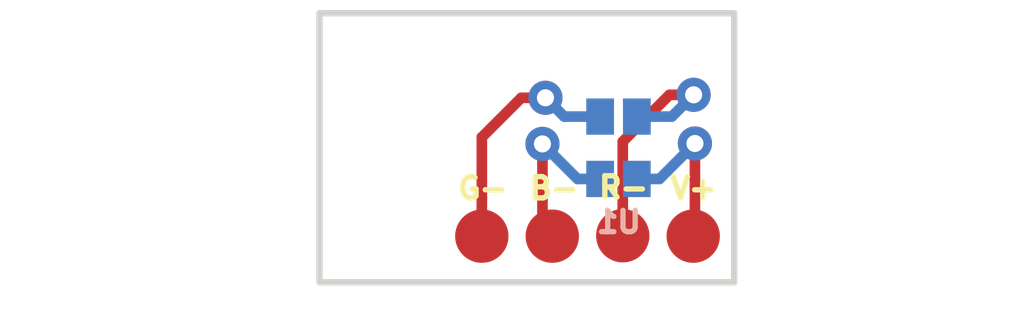
<source format=kicad_pcb>
(kicad_pcb (version 20171130) (host pcbnew "(5.0.1)-4")

  (general
    (thickness 1.6)
    (drawings 14)
    (tracks 24)
    (zones 0)
    (modules 6)
    (nets 5)
  )

  (page A4)
  (layers
    (0 F.Cu signal)
    (31 B.Cu signal)
    (32 B.Adhes user)
    (33 F.Adhes user)
    (34 B.Paste user)
    (35 F.Paste user)
    (36 B.SilkS user)
    (37 F.SilkS user)
    (38 B.Mask user)
    (39 F.Mask user)
    (40 Dwgs.User user)
    (41 Cmts.User user)
    (42 Eco1.User user)
    (43 Eco2.User user)
    (44 Edge.Cuts user)
    (45 Margin user)
    (46 B.CrtYd user)
    (47 F.CrtYd user)
    (48 B.Fab user)
    (49 F.Fab user)
  )

  (setup
    (last_trace_width 0.25)
    (trace_clearance 0.2)
    (zone_clearance 0.508)
    (zone_45_only no)
    (trace_min 0.2)
    (segment_width 0.2)
    (edge_width 0.15)
    (via_size 0.8)
    (via_drill 0.4)
    (via_min_size 0.4)
    (via_min_drill 0.3)
    (uvia_size 0.3)
    (uvia_drill 0.1)
    (uvias_allowed no)
    (uvia_min_size 0.2)
    (uvia_min_drill 0.1)
    (pcb_text_width 0.3)
    (pcb_text_size 1.5 1.5)
    (mod_edge_width 0.15)
    (mod_text_size 1 1)
    (mod_text_width 0.15)
    (pad_size 1.524 1.524)
    (pad_drill 0.762)
    (pad_to_mask_clearance 0.051)
    (solder_mask_min_width 0.25)
    (aux_axis_origin 0 0)
    (visible_elements 7FFFFFFF)
    (pcbplotparams
      (layerselection 0x010fc_ffffffff)
      (usegerberextensions false)
      (usegerberattributes false)
      (usegerberadvancedattributes false)
      (creategerberjobfile false)
      (excludeedgelayer true)
      (linewidth 0.100000)
      (plotframeref false)
      (viasonmask false)
      (mode 1)
      (useauxorigin false)
      (hpglpennumber 1)
      (hpglpenspeed 20)
      (hpglpendiameter 15.000000)
      (psnegative false)
      (psa4output false)
      (plotreference true)
      (plotvalue true)
      (plotinvisibletext false)
      (padsonsilk false)
      (subtractmaskfromsilk false)
      (outputformat 1)
      (mirror false)
      (drillshape 1)
      (scaleselection 1)
      (outputdirectory ""))
  )

  (net 0 "")
  (net 1 R)
  (net 2 G)
  (net 3 B)
  (net 4 A)

  (net_class Default "This is the default net class."
    (clearance 0.2)
    (trace_width 0.25)
    (via_dia 0.8)
    (via_drill 0.4)
    (uvia_dia 0.3)
    (uvia_drill 0.1)
    (add_net A)
    (add_net B)
    (add_net G)
    (add_net R)
  )

  (module "Wiiboy Parts:1.25mm pad" (layer F.Cu) (tedit 5C02D627) (tstamp 5C623C3E)
    (at 96.88 62.63)
    (path /5C55BCA8)
    (fp_text reference TP1 (at 0 -1 180) (layer F.SilkS) hide
      (effects (font (size 0.5 0.5) (thickness 0.125)))
    )
    (fp_text value TestPoint (at 0 1) (layer F.Fab) hide
      (effects (font (size 0.25 0.25) (thickness 0.0625)))
    )
    (pad 1 smd circle (at 0 0) (size 1.25 1.25) (layers F.Cu F.Paste F.Mask)
      (net 1 R))
  )

  (module "Wiiboy Parts:1.25mm pad" (layer F.Cu) (tedit 5C02D627) (tstamp 5C623C43)
    (at 93.58 62.64)
    (path /5C55BCDA)
    (fp_text reference TP2 (at 0 -1 180) (layer F.SilkS) hide
      (effects (font (size 0.5 0.5) (thickness 0.125)))
    )
    (fp_text value TestPoint (at 0 1) (layer F.Fab) hide
      (effects (font (size 0.25 0.25) (thickness 0.0625)))
    )
    (pad 1 smd circle (at 0 0) (size 1.25 1.25) (layers F.Cu F.Paste F.Mask)
      (net 2 G))
  )

  (module "Wiiboy Parts:1.25mm pad" (layer F.Cu) (tedit 5C02D627) (tstamp 5C623C48)
    (at 95.23 62.64)
    (path /5C55BD18)
    (fp_text reference TP3 (at 0 -1 180) (layer F.SilkS) hide
      (effects (font (size 0.5 0.5) (thickness 0.125)))
    )
    (fp_text value TestPoint (at 0 1) (layer F.Fab) hide
      (effects (font (size 0.25 0.25) (thickness 0.0625)))
    )
    (pad 1 smd circle (at 0 0) (size 1.25 1.25) (layers F.Cu F.Paste F.Mask)
      (net 3 B))
  )

  (module "Wiiboy Parts:1.25mm pad" (layer F.Cu) (tedit 5C02D627) (tstamp 5C623C4D)
    (at 98.53 62.64)
    (path /5C55BD64)
    (fp_text reference TP4 (at 0 -1 180) (layer F.SilkS) hide
      (effects (font (size 0.5 0.5) (thickness 0.125)))
    )
    (fp_text value TestPoint (at 0 1) (layer F.Fab) hide
      (effects (font (size 0.25 0.25) (thickness 0.0625)))
    )
    (pad 1 smd circle (at 0 0) (size 1.25 1.25) (layers F.Cu F.Paste F.Mask)
      (net 4 A))
  )

  (module "Wiiboy Parts:LTST-C19HE1WT" (layer B.Cu) (tedit 5C55BE16) (tstamp 5C623C55)
    (at 96.78 60.57 180)
    (path /5C51ABEB)
    (fp_text reference U1 (at -0.01 -1.74 180) (layer B.SilkS)
      (effects (font (size 0.5 0.5) (thickness 0.125)) (justify mirror))
    )
    (fp_text value LTST-C19HE1WT (at 0 1.55 180) (layer B.Fab)
      (effects (font (size 0.5 0.5) (thickness 0.125)) (justify mirror))
    )
    (pad 1 smd rect (at -0.43 0.73 180) (size 0.65 0.85) (layers B.Cu B.Paste B.Mask)
      (net 1 R))
    (pad 2 smd rect (at 0.43 0.73 180) (size 0.65 0.85) (layers B.Cu B.Paste B.Mask)
      (net 2 G))
    (pad 3 smd rect (at 0.43 -0.73 180) (size 0.65 0.85) (layers B.Cu B.Paste B.Mask)
      (net 3 B))
    (pad 4 smd rect (at -0.43 -0.73 180) (size 0.65 0.85) (layers B.Cu B.Paste B.Mask)
      (net 4 A))
  )

  (module MountingHole:MountingHole_2.2mm_M2 (layer F.Cu) (tedit 5C55BF04) (tstamp 5C6241C1)
    (at 91.78 60.57)
    (descr "Mounting Hole 2.2mm, no annular, M2")
    (tags "mounting hole 2.2mm no annular m2")
    (attr virtual)
    (fp_text reference REF** (at 0 -3.2) (layer F.SilkS) hide
      (effects (font (size 1 1) (thickness 0.15)))
    )
    (fp_text value MountingHole_2.2mm_M2 (at 0 3.2) (layer F.Fab)
      (effects (font (size 1 1) (thickness 0.15)))
    )
    (fp_circle (center 0 0) (end 2.45 0) (layer F.CrtYd) (width 0.05))
    (fp_circle (center 0 0) (end 2.2 0) (layer Cmts.User) (width 0.15))
    (fp_text user %R (at 0.3 0) (layer F.Fab)
      (effects (font (size 1 1) (thickness 0.15)))
    )
    (pad 1 np_thru_hole circle (at 0 0) (size 2.2 2.2) (drill 2.2) (layers *.Cu *.Mask))
  )

  (gr_line (start 99.49 57.42) (end 89.78 57.42) (layer Edge.Cuts) (width 0.15))
  (gr_line (start 99.49 63.72) (end 99.49 57.42) (layer Edge.Cuts) (width 0.15))
  (gr_line (start 89.78 63.72) (end 99.49 63.72) (layer Edge.Cuts) (width 0.15))
  (gr_line (start 89.78 57.42) (end 89.78 63.72) (layer Edge.Cuts) (width 0.15))
  (gr_text G- (at 93.6 61.52) (layer F.SilkS)
    (effects (font (size 0.5 0.5) (thickness 0.125)))
  )
  (gr_text B- (at 95.27 61.52) (layer F.SilkS)
    (effects (font (size 0.5 0.5) (thickness 0.125)))
  )
  (gr_text R- (at 96.9 61.5) (layer F.SilkS)
    (effects (font (size 0.5 0.5) (thickness 0.125)))
  )
  (gr_text V+ (at 98.54 61.52) (layer F.SilkS)
    (effects (font (size 0.5 0.5) (thickness 0.125)))
  )
  (gr_line (start 99.48 57.21) (end 99.48 64.09) (layer Eco1.User) (width 0.2))
  (gr_line (start 89.78 57.49) (end 89.78 64.55) (layer Eco1.User) (width 0.2))
  (gr_line (start 89.8 63.72) (end 101.21 63.72) (layer Eco1.User) (width 0.2))
  (gr_line (start 89.78 57.42) (end 101.64 57.42) (layer Eco1.User) (width 0.2))
  (gr_line (start 96.78 60.57) (end 96.78 57.89) (layer Eco1.User) (width 0.2))
  (gr_line (start 91.78 60.57) (end 106.18 60.57) (layer Eco1.User) (width 0.2))

  (via (at 98.54 59.33) (size 0.8) (drill 0.4) (layers F.Cu B.Cu) (net 1))
  (segment (start 97.21 59.84) (end 98.03 59.84) (width 0.25) (layer B.Cu) (net 1))
  (segment (start 98.03 59.84) (end 98.54 59.33) (width 0.25) (layer B.Cu) (net 1))
  (segment (start 96.88 61.746117) (end 96.88 62.63) (width 0.25) (layer F.Cu) (net 1))
  (segment (start 96.88 60.424315) (end 96.88 61.746117) (width 0.25) (layer F.Cu) (net 1))
  (segment (start 97.974315 59.33) (end 96.88 60.424315) (width 0.25) (layer F.Cu) (net 1))
  (segment (start 98.54 59.33) (end 97.974315 59.33) (width 0.25) (layer F.Cu) (net 1))
  (via (at 95.07 59.4) (size 0.8) (drill 0.4) (layers F.Cu B.Cu) (net 2))
  (segment (start 96.35 59.84) (end 95.51 59.84) (width 0.25) (layer B.Cu) (net 2))
  (segment (start 95.51 59.84) (end 95.07 59.4) (width 0.25) (layer B.Cu) (net 2))
  (segment (start 93.58 61.756117) (end 93.58 62.64) (width 0.25) (layer F.Cu) (net 2))
  (segment (start 93.58 60.324315) (end 93.58 61.756117) (width 0.25) (layer F.Cu) (net 2))
  (segment (start 94.504315 59.4) (end 93.58 60.324315) (width 0.25) (layer F.Cu) (net 2))
  (segment (start 95.07 59.4) (end 94.504315 59.4) (width 0.25) (layer F.Cu) (net 2))
  (via (at 95 60.48) (size 0.8) (drill 0.4) (layers F.Cu B.Cu) (net 3))
  (segment (start 96.35 61.3) (end 95.82 61.3) (width 0.25) (layer B.Cu) (net 3))
  (segment (start 95.82 61.3) (end 95 60.48) (width 0.25) (layer B.Cu) (net 3))
  (segment (start 95 62.41) (end 95.23 62.64) (width 0.25) (layer F.Cu) (net 3))
  (segment (start 95 60.48) (end 95 62.41) (width 0.25) (layer F.Cu) (net 3))
  (via (at 98.57 60.47) (size 0.8) (drill 0.4) (layers F.Cu B.Cu) (net 4))
  (segment (start 97.21 61.3) (end 97.74 61.3) (width 0.25) (layer B.Cu) (net 4))
  (segment (start 97.74 61.3) (end 98.57 60.47) (width 0.25) (layer B.Cu) (net 4))
  (segment (start 98.57 62.6) (end 98.53 62.64) (width 0.25) (layer F.Cu) (net 4))
  (segment (start 98.57 60.47) (end 98.57 62.6) (width 0.25) (layer F.Cu) (net 4))

)

</source>
